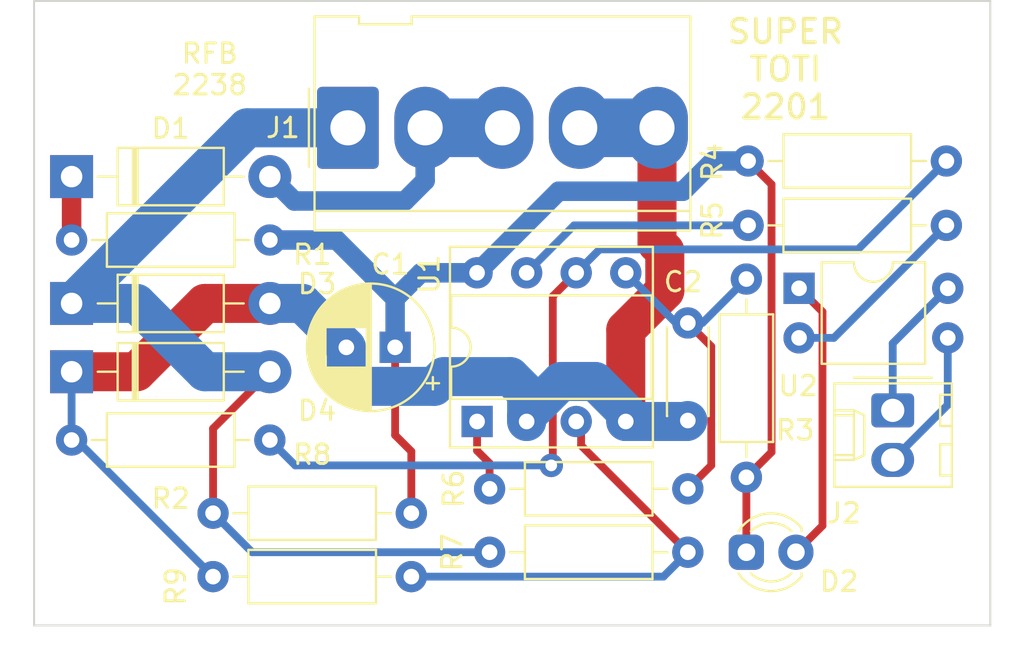
<source format=kicad_pcb>
(kicad_pcb (version 20211014) (generator pcbnew)
  (layers (0 "F.Cu" signal) (31 "B.Cu" signal) (34 "B.Paste" user) (35 "F.Paste" user) (36 "B.SilkS" user "B.Silkscreen") (37 "F.SilkS" user "F.Silkscreen") (38 "B.Mask" user) (39 "F.Mask" user) (44 "Edge.Cuts" user))
  (net 0 "")
  (net 1 "/DCCK")
  (net 2 "Net-(C2-Pad1)")
  (net 3 "/DCCJ")
  (net 4 "/ISORAIL")
  (net 5 "Net-(J2-Pad1)")
  (net 6 "Net-(J2-Pad2)")
  (net 7 "Net-(R4-Pad2)")
  (net 8 "Net-(R6-Pad2)")
  (net 9 "Net-(R7-Pad2)")
  (net 10 "Net-(U1-Pad7)")
  (net 11 "Net-(R1-Pad2)")
  (net 12 "Net-(U2-Pad2)")
  (net 13 "/VPLUS")
  (net 14 "/D2K")
  (footprint "Package_DIP:DIP-8_W7.62mm_Socket" (layer "F.Cu") (at 122.7 121.55 90)
    (fp_text reference "U1" (at 7.55 -2.45 90) (layer "F.SilkS"))
    (fp_text value "LM393")
    (fp_line (start 8.95 9.01) (end 8.95 -1.39) (layer "F.SilkS") (width 0.12))
    (fp_line (start 1.16 8.95) (end 6.46 8.95) (layer "F.SilkS") (width 0.12))
    (fp_line (start 8.95 -1.39) (end -1.33 -1.39) (layer "F.SilkS") (width 0.12))
    (fp_line (start 6.46 -1.33) (end 4.81 -1.33) (layer "F.SilkS") (width 0.12))
    (fp_line (start 6.46 8.95) (end 6.46 -1.33) (layer "F.SilkS") (width 0.12))
    (fp_line (start 2.81 -1.33) (end 1.16 -1.33) (layer "F.SilkS") (width 0.12))
    (fp_line (start -1.33 9.01) (end 8.95 9.01) (layer "F.SilkS") (width 0.12))
    (fp_line (start -1.33 -1.39) (end -1.33 9.01) (layer "F.SilkS") (width 0.12))
    (fp_line (start 1.16 -1.33) (end 1.16 8.95) (layer "F.SilkS") (width 0.12))
    (fp_arc (start 4.81 -1.33) (mid 3.81 -0.33) (end 2.81 -1.33) (layer "F.SilkS") (width 0.12))
    (pad "1" thru_hole rect (at 0 0 90) (size 1.6 1.6) (drill 0.8) (layers *.Cu *.Mask) (net 8 "Net-(R6-Pad2)"))
    (pad "2" thru_hole oval (at 0 2.54 90) (size 1.6 1.6) (drill 0.8) (layers *.Cu *.Mask) (net 1 "/DCCK"))
    (pad "3" thru_hole oval (at 0 5.08 90) (size 1.6 1.6) (drill 0.8) (layers *.Cu *.Mask) (net 9 "Net-(R7-Pad2)"))
    (pad "4" thru_hole oval (at 0 7.62 90) (size 1.6 1.6) (drill 0.8) (layers *.Cu *.Mask) (net 1 "/DCCK"))
    (pad "5" thru_hole oval (at 7.62 7.62 90) (size 1.6 1.6) (drill 0.8) (layers *.Cu *.Mask) (net 2 "Net-(C2-Pad1)"))
    (pad "6" thru_hole oval (at 7.62 5.08 90) (size 1.6 1.6) (drill 0.8) (layers *.Cu *.Mask) (net 7 "Net-(R4-Pad2)"))
    (pad "7" thru_hole oval (at 7.62 2.54 90) (size 1.6 1.6) (drill 0.8) (layers *.Cu *.Mask) (net 10 "Net-(U1-Pad7)"))
    (pad "8" thru_hole oval (at 7.62 0 90) (size 1.6 1.6) (drill 0.8) (layers *.Cu *.Mask) (net 13 "/VPLUS"))
  )
  (footprint "Diode_THT:D_DO-41_SOD81_P10.16mm_Horizontal" (layer "F.Cu") (at 101.92 109)
    (fp_text reference "D1" (at 5.08 -2.47) (layer "F.SilkS"))
    (fp_text value "UF4001")
    (fp_line (start 3.38 -1.47) (end 3.38 1.47) (layer "F.SilkS") (width 0.12))
    (fp_line (start 3.14 -1.47) (end 3.14 1.47) (layer "F.SilkS") (width 0.12))
    (fp_line (start 2.36 -1.47) (end 2.36 1.47) (layer "F.SilkS") (width 0.12))
    (fp_line (start 3.26 -1.47) (end 3.26 1.47) (layer "F.SilkS") (width 0.12))
    (fp_line (start 1.34 0) (end 2.36 0) (layer "F.SilkS") (width 0.12))
    (fp_line (start 8.82 0) (end 7.8 0) (layer "F.SilkS") (width 0.12))
    (fp_line (start 2.36 1.47) (end 7.8 1.47) (layer "F.SilkS") (width 0.12))
    (fp_line (start 7.8 1.47) (end 7.8 -1.47) (layer "F.SilkS") (width 0.12))
    (fp_line (start 7.8 -1.47) (end 2.36 -1.47) (layer "F.SilkS") (width 0.12))
    (pad "1" thru_hole rect (at 0 0) (size 2.2 2.2) (drill 1.1) (layers *.Cu *.Mask) (net 11 "Net-(R1-Pad2)"))
    (pad "2" thru_hole oval (at 10.16 0) (size 2.2 2.2) (drill 1.1) (layers *.Cu *.Mask) (net 3 "/DCCJ"))
  )
  (footprint "Capacitor_THT:CP_Radial_D6.3mm_P2.50mm" (layer "F.Cu") (at 118.5 117.75 180)
    (fp_text reference "C1" (at 0.25 4.25 180) (layer "F.SilkS"))
    (fp_text value "22uF")
    (fp_line (start 2.171 -3.098) (end 2.171 -1.04) (layer "F.SilkS") (width 0.12))
    (fp_line (start 2.971 1.04) (end 2.971 2.742) (layer "F.SilkS") (width 0.12))
    (fp_line (start 2.091 -3.121) (end 2.091 -1.04) (layer "F.SilkS") (width 0.12))
    (fp_line (start 3.251 1.04) (end 3.251 2.548) (layer "F.SilkS") (width 0.12))
    (fp_line (start 2.451 -3.002) (end 2.451 -1.04) (layer "F.SilkS") (width 0.12))
    (fp_line (start 1.53 1.04) (end 1.53 3.218) (layer "F.SilkS") (width 0.12))
    (fp_line (start 2.251 1.04) (end 2.251 3.074) (layer "F.SilkS") (width 0.12))
    (fp_line (start 3.891 -1.89) (end 3.891 1.89) (layer "F.SilkS") (width 0.12))
    (fp_line (start 3.371 1.04) (end 3.371 2.45) (layer "F.SilkS") (width 0.12))
    (fp_line (start 1.85 -3.175) (end 1.85 -1.04) (layer "F.SilkS") (width 0.12))
    (fp_line (start 2.571 1.04) (end 2.571 2.952) (layer "F.SilkS") (width 0.12))
    (fp_line (start 1.69 1.04) (end 1.69 3.201) (layer "F.SilkS") (width 0.12))
    (fp_line (start 2.451 1.04) (end 2.451 3.002) (layer "F.SilkS") (width 0.12))
    (fp_line (start 4.011 -1.714) (end 4.011 1.714) (layer "F.SilkS") (width 0.12))
    (fp_line (start 3.411 1.04) (end 3.411 2.416) (layer "F.SilkS") (width 0.12))
    (fp_line (start 2.131 1.04) (end 2.131 3.11) (layer "F.SilkS") (width 0.12))
    (fp_line (start 2.291 -3.061) (end 2.291 -1.04) (layer "F.SilkS") (width 0.12))
    (fp_line (start 1.73 1.04) (end 1.73 3.195) (layer "F.SilkS") (width 0.12))
    (fp_line (start 2.731 1.04) (end 2.731 2.876) (layer "F.SilkS") (width 0.12))
    (fp_line (start 2.011 -3.141) (end 2.011 -1.04) (layer "F.SilkS") (width 0.12))
    (fp_line (start 2.691 -2.896) (end 2.691 -1.04) (layer "F.SilkS") (width 0.12))
    (fp_line (start 1.69 -3.201) (end 1.69 -1.04) (layer "F.SilkS") (width 0.12))
    (fp_line (start 3.371 -2.45) (end 3.371 -1.04) (layer "F.SilkS") (width 0.12))
    (fp_line (start 1.971 1.04) (end 1.971 3.15) (layer "F.SilkS") (width 0.12))
    (fp_line (start 3.851 -1.944) (end 3.851 1.944) (layer "F.SilkS") (width 0.12))
    (fp_line (start 1.93 1.04) (end 1.93 3.159) (layer "F.SilkS") (width 0.12))
    (fp_line (start 3.651 -2.182) (end 3.651 2.182) (layer "F.SilkS") (width 0.12))
    (fp_line (start 2.051 1.04) (end 2.051 3.131) (layer "F.SilkS") (width 0.12))
    (fp_line (start 1.29 -3.23) (end 1.29 3.23) (layer "F.SilkS") (width 0.12))
    (fp_line (start 1.89 1.04) (end 1.89 3.167) (layer "F.SilkS") (width 0.12))
    (fp_line (start 1.65 1.04) (end 1.65 3.206) (layer "F.SilkS") (width 0.12))
    (fp_line (start 1.77 1.04) (end 1.77 3.189) (layer "F.SilkS") (width 0.12))
    (fp_line (start 2.211 -3.086) (end 2.211 -1.04) (layer "F.SilkS") (width 0.12))
    (fp_line (start 2.811 1.04) (end 2.811 2.834) (layer "F.SilkS") (width 0.12))
    (fp_line (start 3.211 -2.578) (end 3.211 -1.04) (layer "F.SilkS") (width 0.12))
    (fp_line (start 1.49 1.04) (end 1.49 3.222) (layer "F.SilkS") (width 0.12))
    (fp_line (start 4.211 -1.35) (end 4.211 1.35) (layer "F.SilkS") (width 0.12))
    (fp_line (start 2.611 -2.934) (end 2.611 -1.04) (layer "F.SilkS") (width 0.12))
    (fp_line (start 1.33 -3.23) (end 1.33 3.23) (layer "F.SilkS") (width 0.12))
    (fp_line (start 4.451 -0.633) (end 4.451 0.633) (layer "F.SilkS") (width 0.12))
    (fp_line (start 3.531 -2.305) (end 3.531 -1.04) (layer "F.SilkS") (width 0.12))
    (fp_line (start 1.49 -3.222) (end 1.49 -1.04) (layer "F.SilkS") (width 0.12))
    (fp_line (start 2.811 -2.834) (end 2.811 -1.04) (layer "F.SilkS") (width 0.12))
    (fp_line (start 2.691 1.04) (end 2.691 2.896) (layer "F.SilkS") (width 0.12))
    (fp_line (start 2.291 1.04) (end 2.291 3.061) (layer "F.SilkS") (width 0.12))
    (fp_line (start 3.491 1.04) (end 3.491 2.343) (layer "F.SilkS") (width 0.12))
    (fp_line (start 3.011 1.04) (end 3.011 2.716) (layer "F.SilkS") (width 0.12))
    (fp_line (start 2.771 1.04) (end 2.771 2.856) (layer "F.SilkS") (width 0.12))
    (fp_line (start 3.451 -2.38) (end 3.451 -1.04) (layer "F.SilkS") (width 0.12))
    (fp_line (start 1.57 -3.215) (end 1.57 -1.04) (layer "F.SilkS") (width 0.12))
    (fp_line (start 3.051 -2.69) (end 3.051 -1.04) (layer "F.SilkS") (width 0.12))
    (fp_line (start 2.731 -2.876) (end 2.731 -1.04) (layer "F.SilkS") (width 0.12))
    (fp_line (start 2.531 -2.97) (end 2.531 -1.04) (layer "F.SilkS") (width 0.12))
    (fp_line (start 1.37 -3.228) (end 1.37 3.228) (layer "F.SilkS") (width 0.12))
    (fp_line (start 3.411 -2.416) (end 3.411 -1.04) (layer "F.SilkS") (width 0.12))
    (fp_line (start 1.41 -3.227) (end 1.41 3.227) (layer "F.SilkS") (width 0.12))
    (fp_line (start 2.931 -2.766) (end 2.931 -1.04) (layer "F.SilkS") (width 0.12))
    (fp_line (start 3.331 1.04) (end 3.331 2.484) (layer "F.SilkS") (width 0.12))
    (fp_line (start 3.331 -2.484) (end 3.331 -1.04) (layer "F.SilkS") (width 0.12))
    (fp_line (start 2.571 -2.952) (end 2.571 -1.04) (layer "F.SilkS") (width 0.12))
    (fp_line (start 1.93 -3.159) (end 1.93 -1.04) (layer "F.SilkS") (width 0.12))
    (fp_line (start 1.25 -3.23) (end 1.25 3.23) (layer "F.SilkS") (width 0.12))
    (fp_line (start 4.131 -1.509) (end 4.131 1.509) (layer "F.SilkS") (width 0.12))
    (fp_line (start 3.171 -2.607) (end 3.171 -1.04) (layer "F.SilkS") (width 0.12))
    (fp_line (start 3.091 -2.664) (end 3.091 -1.04) (layer "F.SilkS") (width 0.12))
    (fp_line (start 1.81 1.04) (end 1.81 3.182) (layer "F.SilkS") (width 0.12))
    (fp_line (start 2.171 1.04) (end 2.171 3.098) (layer "F.SilkS") (width 0.12))
    (fp_line (start 3.931 -1.834) (end 3.931 1.834) (layer "F.SilkS") (width 0.12))
    (fp_line (start 4.491 -0.402) (end 4.491 0.402) (layer "F.SilkS") (width 0.12))
    (fp_line (start 2.931 1.04) (end 2.931 2.766) (layer "F.SilkS") (width 0.12))
    (fp_line (start 1.77 -3.189) (end 1.77 -1.04) (layer "F.SilkS") (width 0.12))
    (fp_line (start 3.051 1.04) (end 3.051 2.69) (layer "F.SilkS") (width 0.12))
    (fp_line (start 2.251 -3.074) (end 2.251 -1.04) (layer "F.SilkS") (width 0.12))
    (fp_line (start 2.891 1.04) (end 2.891 2.79) (layer "F.SilkS") (width 0.12))
    (fp_line (start 3.291 1.04) (end 3.291 2.516) (layer "F.SilkS") (width 0.12))
    (fp_line (start 3.611 -2.224) (end 3.611 2.224) (layer "F.SilkS") (width 0.12))
    (fp_line (start 2.371 -3.033) (end 2.371 -1.04) (layer "F.SilkS") (width 0.12))
    (fp_line (start 2.491 -2.986) (end 2.491 -1.04) (layer "F.SilkS") (width 0.12))
    (fp_line (start 2.851 -2.812) (end 2.851 -1.04) (layer "F.SilkS") (width 0.12))
    (fp_line (start 4.411 -0.802) (end 4.411 0.802) (layer "F.SilkS") (width 0.12))
    (fp_line (start -1.935241 -2.154) (end -1.935241 -1.524) (layer "F.SilkS") (width 0.12))
    (fp_line (start 4.371 -0.94) (end 4.371 0.94) (layer "F.SilkS") (width 0.12))
    (fp_line (start 4.291 -1.165) (end 4.291 1.165) (layer "F.SilkS") (width 0.12))
    (fp_line (start 1.45 -3.224) (end 1.45 3.224) (layer "F.SilkS") (width 0.12))
    (fp_line (start 4.251 -1.262) (end 4.251 1.262) (layer "F.SilkS") (width 0.12))
    (fp_line (start 4.091 -1.581) (end 4.091 1.581) (layer "F.SilkS") (width 0.12))
    (fp_line (start 1.61 -3.211) (end 1.61 -1.04) (layer "F.SilkS") (width 0.12))
    (fp_line (start 2.611 1.04) (end 2.611 2.934) (layer "F.SilkS") (width 0.12))
    (fp_line (start 1.85 1.04) (end 1.85 3.175) (layer "F.SilkS") (width 0.12))
    (fp_line (start 3.131 -2.636) (end 3.131 -1.04) (layer "F.SilkS") (width 0.12))
    (fp_line (start 2.491 1.04) (end 2.491 2.986) (layer "F.SilkS") (width 0.12))
    (fp_line (start 3.691 -2.137) (end 3.691 2.137) (layer "F.SilkS") (width 0.12))
    (fp_line (start 2.411 1.04) (end 2.411 3.018) (layer "F.SilkS") (width 0.12))
    (fp_line (start 1.971 -3.15) (end 1.971 -1.04) (layer "F.SilkS") (width 0.12))
    (fp_line (start 4.331 -1.059) (end 4.331 1.059) (layer "F.SilkS") (width 0.12))
    (fp_line (start 2.651 1.04) (end 2.651 2.916) (layer "F.SilkS") (width 0.12))
    (fp_line (start 2.211 1.04) (end 2.211 3.086) (layer "F.SilkS") (width 0.12))
    (fp_line (start 4.051 -1.65) (end 4.051 1.65) (layer "F.SilkS") (width 0.12))
    (fp_line (start 1.73 -3.195) (end 1.73 -1.04) (layer "F.SilkS") (width 0.12))
    (fp_line (start 4.171 -1.432) (end 4.171 1.432) (layer "F.SilkS") (width 0.12))
    (fp_line (start 3.531 1.04) (end 3.531 2.305) (layer "F.SilkS") (width 0.12))
    (fp_line (start 3.171 1.04) (end 3.171 2.607) (layer "F.SilkS") (width 0.12))
    (fp_line (start 3.811 -1.995) (end 3.811 1.995) (layer "F.SilkS") (width 0.12))
    (fp_line (start 3.091 1.04) (end 3.091 2.664) (layer "F.SilkS") (width 0.12))
    (fp_line (start 1.57 1.04) (end 1.57 3.215) (layer "F.SilkS") (width 0.12))
    (fp_line (start 3.731 -2.092) (end 3.731 2.092) (layer "F.SilkS") (width 0.12))
    (fp_line (start 2.331 -3.047) (end 2.331 -1.04) (layer "F.SilkS") (width 0.12))
    (fp_line (start 2.011 1.04) (end 2.011 3.141) (layer "F.SilkS") (width 0.12))
    (fp_line (start 3.571 -2.265) (end 3.571 2.265) (layer "F.SilkS") (width 0.12))
    (fp_line (start 2.331 1.04) (end 2.331 3.047) (layer "F.SilkS") (width 0.12))
    (fp_line (start 3.251 -2.548) (end 3.251 -1.04) (layer "F.SilkS") (width 0.12))
    (fp_line (start 1.89 -3.167) (end 1.89 -1.04) (layer "F.SilkS") (width 0.12))
    (fp_line (start 2.051 -3.131) (end 2.051 -1.04) (layer "F.SilkS") (width 0.12))
    (fp_line (start 1.53 -3.218) (end 1.53 -1.04) (layer "F.SilkS") (width 0.12))
    (fp_line (start 1.65 -3.206) (end 1.65 -1.04) (layer "F.SilkS") (width 0.12))
    (fp_line (start 3.291 -2.516) (end 3.291 -1.04) (layer "F.SilkS") (width 0.12))
    (fp_line (start 3.011 -2.716) (end 3.011 -1.04) (layer "F.SilkS") (width 0.12))
    (fp_line (start 3.131 1.04) (end 3.131 2.636) (layer "F.SilkS") (width 0.12))
    (fp_line (start 3.771 -2.044) (end 3.771 2.044) (layer "F.SilkS") (width 0.12))
    (fp_line (start 1.61 1.04) (end 1.61 3.211) (layer "F.SilkS") (width 0.12))
    (fp_line (start 3.971 -1.776) (end 3.971 1.776) (layer "F.SilkS") (width 0.12))
    (fp_line (start -2.250241 -1.839) (end -1.620241 -1.839) (layer "F.SilkS") (width 0.12))
    (fp_line (start 2.131 -3.11) (end 2.131 -1.04) (layer "F.SilkS") (width 0.12))
    (fp_line (start 2.771 -2.856) (end 2.771 -1.04) (layer "F.SilkS") (width 0.12))
    (fp_line (start 3.211 1.04) (end 3.211 2.578) (layer "F.SilkS") (width 0.12))
    (fp_line (start 2.891 -2.79) (end 2.891 -1.04) (layer "F.SilkS") (width 0.12))
    (fp_line (start 1.81 -3.182) (end 1.81 -1.04) (layer "F.SilkS") (width 0.12))
    (fp_line (start 2.651 -2.916) (end 2.651 -1.04) (layer "F.SilkS") (width 0.12))
    (fp_line (start 2.851 1.04) (end 2.851 2.812) (layer "F.SilkS") (width 0.12))
    (fp_line (start 2.531 1.04) (end 2.531 2.97) (layer "F.SilkS") (width 0.12))
    (fp_line (start 3.451 1.04) (end 3.451 2.38) (layer "F.SilkS") (width 0.12))
    (fp_line (start 2.411 -3.018) (end 2.411 -1.04) (layer "F.SilkS") (width 0.12))
    (fp_line (start 2.371 1.04) (end 2.371 3.033) (layer "F.SilkS") (width 0.12))
    (fp_line (start 3.491 -2.343) (end 3.491 -1.04) (layer "F.SilkS") (width 0.12))
    (fp_line (start 2.091 1.04) (end 2.091 3.121) (layer "F.SilkS") (width 0.12))
    (fp_line (start 2.971 -2.742) (end 2.971 -1.04) (layer "F.SilkS") (width 0.12))
    (fp_circle (center 1.25 0) (end 4.52 0) (layer "F.SilkS") (width 0.12) (fill none))
    (pad "1" thru_hole rect (at 0 0 180) (size 1.6 1.6) (drill 0.8) (layers *.Cu *.Mask) (net 13 "/VPLUS"))
    (pad "2" thru_hole circle (at 2.5 0 180) (size 1.6 1.6) (drill 0.8) (layers *.Cu *.Mask) (net 1 "/DCCK"))
  )
  (footprint "Resistor_THT:R_Axial_DIN0207_L6.3mm_D2.5mm_P10.16mm_Horizontal" (layer "F.Cu") (at 112.08 122.5 180)
    (fp_text reference "R8" (at -2.17 -0.75) (layer "F.SilkS"))
    (fp_text value "100K")
    (fp_line (start 8.35 -1.37) (end 1.81 -1.37) (layer "F.SilkS") (width 0.12))
    (fp_line (start 1.04 0) (end 1.81 0) (layer "F.SilkS") (width 0.12))
    (fp_line (start 9.12 0) (end 8.35 0) (layer "F.SilkS") (width 0.12))
    (fp_line (start 1.81 1.37) (end 8.35 1.37) (layer "F.SilkS") (width 0.12))
    (fp_line (start 1.81 -1.37) (end 1.81 1.37) (layer "F.SilkS") (width 0.12))
    (fp_line (start 8.35 1.37) (end 8.35 -1.37) (layer "F.SilkS") (width 0.12))
    (pad "1" thru_hole circle (at 0 0 180) (size 1.6 1.6) (drill 0.8) (layers *.Cu *.Mask) (net 7 "Net-(R4-Pad2)"))
    (pad "2" thru_hole oval (at 10.16 0 180) (size 1.6 1.6) (drill 0.8) (layers *.Cu *.Mask) (net 1 "/DCCK"))
  )
  (footprint "MountingHole:MountingHole_2.7mm_M2.5" (layer "F.Cu") (at 145.5 103.5)
    (fp_text reference "H3" hide)
    (fp_text value "MountingHole")
    (pad "" np_thru_hole circle (at 0 0) (size 2.7 2.7) (drill 2.7) (layers *.Cu *.Mask))
  )
  (footprint "Resistor_THT:R_Axial_DIN0207_L6.3mm_D2.5mm_P10.16mm_Horizontal" (layer "F.Cu") (at 112.08 112.25 180)
    (fp_text reference "R1" (at -2.17 -0.75) (layer "F.SilkS"))
    (fp_text value "47R")
    (fp_line (start 1.04 0) (end 1.81 0) (layer "F.SilkS") (width 0.12))
    (fp_line (start 8.35 -1.37) (end 1.81 -1.37) (layer "F.SilkS") (width 0.12))
    (fp_line (start 8.35 1.37) (end 8.35 -1.37) (layer "F.SilkS") (width 0.12))
    (fp_line (start 1.81 -1.37) (end 1.81 1.37) (layer "F.SilkS") (width 0.12))
    (fp_line (start 9.12 0) (end 8.35 0) (layer "F.SilkS") (width 0.12))
    (fp_line (start 1.81 1.37) (end 8.35 1.37) (layer "F.SilkS") (width 0.12))
    (pad "1" thru_hole circle (at 0 0 180) (size 1.6 1.6) (drill 0.8) (layers *.Cu *.Mask) (net 13 "/VPLUS"))
    (pad "2" thru_hole oval (at 10.16 0 180) (size 1.6 1.6) (drill 0.8) (layers *.Cu *.Mask) (net 11 "Net-(R1-Pad2)"))
  )
  (footprint "Resistor_THT:R_Axial_DIN0207_L6.3mm_D2.5mm_P10.16mm_Horizontal" (layer "F.Cu") (at 136.59 111.5)
    (fp_text reference "R5" (at -1.84 -0.25 90) (layer "F.SilkS"))
    (fp_text value "4K7")
    (fp_line (start 1.04 0) (end 1.81 0) (layer "F.SilkS") (width 0.12))
    (fp_line (start 9.12 0) (end 8.35 0) (layer "F.SilkS") (width 0.12))
    (fp_line (start 8.35 1.37) (end 8.35 -1.37) (layer "F.SilkS") (width 0.12))
    (fp_line (start 8.35 -1.37) (end 1.81 -1.37) (layer "F.SilkS") (width 0.12))
    (fp_line (start 1.81 1.37) (end 8.35 1.37) (layer "F.SilkS") (width 0.12))
    (fp_line (start 1.81 -1.37) (end 1.81 1.37) (layer "F.SilkS") (width 0.12))
    (pad "1" thru_hole circle (at 0 0) (size 1.6 1.6) (drill 0.8) (layers *.Cu *.Mask) (net 10 "Net-(U1-Pad7)"))
    (pad "2" thru_hole oval (at 10.16 0) (size 1.6 1.6) (drill 0.8) (layers *.Cu *.Mask) (net 12 "Net-(U2-Pad2)"))
  )
  (footprint "Connector_Molex:Molex_KK-396_5273-05A_1x05_P3.96mm_Vertical" (layer "F.Cu") (at 116.08 106.5)
    (fp_text reference "J1" (at -3.33 0) (layer "F.SilkS"))
    (fp_text value "Conn_01x05_Male")
    (fp_line (start 17.55 5.26) (end -1.71 5.26) (layer "F.SilkS") (width 0.12))
    (fp_line (start 0.57 -5.71) (end 0.57 -5.31) (layer "F.SilkS") (width 0.12))
    (fp_line (start -1.71 4.26) (end -1.71 -5.71) (layer "F.SilkS") (width 0.12))
    (fp_line (start 3.27 -5.31) (end 3.27 -5.71) (layer "F.SilkS") (width 0.12))
    (fp_line (start -1.71 4.26) (end 17.55 4.26) (layer "F.SilkS") (width 0.12))
    (fp_line (start -1.71 5.26) (end -1.71 4.26) (layer "F.SilkS") (width 0.12))
    (fp_line (start -1.71 -5.71) (end 0.57 -5.71) (layer "F.SilkS") (width 0.12))
    (fp_line (start -2 -2) (end -2 2) (layer "F.SilkS") (width 0.12))
    (fp_line (start 0.57 -5.31) (end 3.27 -5.31) (layer "F.SilkS") (width 0.12))
    (fp_line (start 3.27 -5.71) (end 17.55 -5.71) (layer "F.SilkS") (width 0.12))
    (fp_line (start 17.55 -5.71) (end 17.55 5.26) (layer "F.SilkS") (width 0.12))
    (pad "1" thru_hole roundrect (at 0 0) (size 3.16 4.2) (drill 1.8) (layers *.Cu *.Mask) (roundrect_rratio 0.079114) (net 4 "/ISORAIL"))
    (pad "2" thru_hole oval (at 3.96 0) (size 3.16 4.2) (drill 1.8) (layers *.Cu *.Mask) (net 3 "/DCCJ"))
    (pad "3" thru_hole oval (at 7.92 0) (size 3.16 4.2) (drill 1.8) (layers *.Cu *.Mask) (net 3 "/DCCJ"))
    (pad "4" thru_hole oval (at 11.88 0) (size 3.16 4.2) (drill 1.8) (layers *.Cu *.Mask) (net 1 "/DCCK"))
    (pad "5" thru_hole oval (at 15.84 0) (size 3.16 4.2) (drill 1.8) (layers *.Cu *.Mask) (net 1 "/DCCK"))
  )
  (footprint "Diode_THT:D_DO-41_SOD81_P10.16mm_Horizontal" (layer "F.Cu") (at 101.92 115.5)
    (fp_text reference "D3" (at 12.58 -1) (layer "F.SilkS"))
    (fp_text value "1N5819")
    (fp_line (start 1.34 0) (end 2.36 0) (layer "F.SilkS") (width 0.12))
    (fp_line (start 2.36 1.47) (end 7.8 1.47) (layer "F.SilkS") (width 0.12))
    (fp_line (start 3.14 -1.47) (end 3.14 1.47) (layer "F.SilkS") (width 0.12))
    (fp_line (start 8.82 0) (end 7.8 0) (layer "F.SilkS") (width 0.12))
    (fp_line (start 3.26 -1.47) (end 3.26 1.47) (layer "F.SilkS") (width 0.12))
    (fp_line (start 7.8 1.47) (end 7.8 -1.47) (layer "F.SilkS") (width 0.12))
    (fp_line (start 2.36 -1.47) (end 2.36 1.47) (layer "F.SilkS") (width 0.12))
    (fp_line (start 3.38 -1.47) (end 3.38 1.47) (layer "F.SilkS") (width 0.12))
    (fp_line (start 7.8 -1.47) (end 2.36 -1.47) (layer "F.SilkS") (width 0.12))
    (pad "1" thru_hole rect (at 0 0) (size 2.2 2.2) (drill 1.1) (layers *.Cu *.Mask) (net 4 "/ISORAIL"))
    (pad "2" thru_hole oval (at 10.16 0) (size 2.2 2.2) (drill 1.1) (layers *.Cu *.Mask) (net 1 "/DCCK"))
  )
  (footprint "LED_THT:LED_D3.0mm" (layer "F.Cu") (at 139.04 128.25 180)
    (fp_text reference "D2" (at -2.21 -1.5) (layer "F.SilkS"))
    (fp_text value "RED")
    (fp_line (start -0.29 1.08) (end -0.29 1.236) (layer "F.SilkS") (width 0.12))
    (fp_line (start -0.29 -1.236) (end -0.29 -1.08) (layer "F.SilkS") (width 0.12))
    (fp_arc (start 0.229039 -1.08) (mid 1.270117 -1.5) (end 2.31113 -1.079837) (layer "F.SilkS") (width 0.12))
    (fp_arc (start -0.29 -1.235516) (mid 1.366487 -1.987659) (end 2.942335 -1.078608) (layer "F.SilkS") (width 0.12))
    (fp_arc (start 2.31113 1.079837) (mid 1.270117 1.5) (end 0.229039 1.08) (layer "F.SilkS") (width 0.12))
    (fp_arc (start 2.942335 1.078608) (mid 1.366487 1.987659) (end -0.29 1.235516) (layer "F.SilkS") (width 0.12))
    (pad "1" thru_hole circle (at 0 0 180) (size 1.8 1.8) (drill 0.9) (layers *.Cu *.Mask) (net 14 "/D2K"))
    (pad "2" thru_hole roundrect (at 2.54 0 180) (size 1.8 1.8) (drill 0.9) (layers *.Cu *.Mask) (net 13 "/VPLUS"))
  )
  (footprint "Resistor_THT:R_Axial_DIN0207_L6.3mm_D2.5mm_P10.16mm_Horizontal" (layer "F.Cu") (at 119.33 129.5 180)
    (fp_text reference "R9" (at 12.08 -0.5 90) (layer "F.SilkS"))
    (fp_text value "39R")
    (fp_line (start 1.81 1.37) (end 8.35 1.37) (layer "F.SilkS") (width 0.12))
    (fp_line (start 8.35 1.37) (end 8.35 -1.37) (layer "F.SilkS") (width 0.12))
    (fp_line (start 1.04 0) (end 1.81 0) (layer "F.SilkS") (width 0.12))
    (fp_line (start 1.81 -1.37) (end 1.81 1.37) (layer "F.SilkS") (width 0.12))
    (fp_line (start 8.35 -1.37) (end 1.81 -1.37) (layer "F.SilkS") (width 0.12))
    (fp_line (start 9.12 0) (end 8.35 0) (layer "F.SilkS") (width 0.12))
    (pad "1" thru_hole circle (at 0 0 180) (size 1.6 1.6) (drill 0.8) (layers *.Cu *.Mask) (net 9 "Net-(R7-Pad2)"))
    (pad "2" thru_hole oval (at 10.16 0 180) (size 1.6 1.6) (drill 0.8) (layers *.Cu *.Mask) (net 1 "/DCCK"))
  )
  (footprint "MountingHole:MountingHole_2.7mm_M2.5" (layer "F.Cu") (at 103.5 103.5)
    (fp_text reference "H2" hide)
    (fp_text value "MountingHole")
    (pad "" np_thru_hole circle (at 0 0) (size 2.7 2.7) (drill 2.7) (layers *.Cu *.Mask))
  )
  (footprint "Diode_THT:D_DO-41_SOD81_P10.16mm_Horizontal" (layer "F.Cu") (at 101.92 119)
    (fp_text reference "D4" (at 12.58 2) (layer "F.SilkS"))
    (fp_text value "1N5819")
    (fp_line (start 3.38 -1.47) (end 3.38 1.47) (layer "F.SilkS") (width 0.12))
    (fp_line (start 3.14 -1.47) (end 3.14 1.47) (layer "F.SilkS") (width 0.12))
    (fp_line (start 7.8 -1.47) (end 2.36 -1.47) (layer "F.SilkS") (width 0.12))
    (fp_line (start 7.8 1.47) (end 7.8 -1.47) (layer "F.SilkS") (width 0.12))
    (fp_line (start 3.26 -1.47) (end 3.26 1.47) (layer "F.SilkS") (width 0.12))
    (fp_line (start 1.34 0) (end 2.36 0) (layer "F.SilkS") (width 0.12))
    (fp_line (start 2.36 1.47) (end 7.8 1.47) (layer "F.SilkS") (width 0.12))
    (fp_line (start 8.82 0) (end 7.8 0) (layer "F.SilkS") (width 0.12))
    (fp_line (start 2.36 -1.47) (end 2.36 1.47) (layer "F.SilkS") (width 0.12))
    (pad "1" thru_hole rect (at 0 0) (size 2.2 2.2) (drill 1.1) (layers *.Cu *.Mask) (net 1 "/DCCK"))
    (pad "2" thru_hole oval (at 10.16 0) (size 2.2 2.2) (drill 1.1) (layers *.Cu *.Mask) (net 4 "/ISORAIL"))
  )
  (footprint "Connector_Molex:Molex_KK-254_AE-6410-02A_1x02_P2.54mm_Vertical" (layer "F.Cu") (at 144 120.98 -90)
    (fp_text reference "J2" (at 5.27 2.5 180) (layer "F.SilkS"))
    (fp_text value "Conn_01x02_Male")
    (fp_line (start -0.8 -2.43) (end 0.8 -2.43) (layer "F.SilkS") (width 0.12))
    (fp_line (start 3.92 2.99) (end 3.92 -3.03) (layer "F.SilkS") (width 0.12))
    (fp_line (start -1.38 -3.03) (end -1.38 2.99) (layer "F.SilkS") (width 0.12))
    (fp_line (start 1.74 -2.43) (end 3.34 -2.43) (layer "F.SilkS") (width 0.12))
    (fp_line (start 0.25 2.99) (end 0.25 1.99) (layer "F.SilkS") (width 0.12))
    (fp_line (start -1.67 -2) (end -1.67 2) (layer "F.SilkS") (width 0.12))
    (fp_line (start 0 2.99) (end 0 1.99) (layer "F.SilkS") (width 0.12))
    (fp_line (start 0.25 1.46) (end 2.29 1.46) (layer "F.SilkS") (width 0.12))
    (fp_line (start 3.92 -3.03) (end -1.38 -3.03) (layer "F.SilkS") (width 0.12))
    (fp_line (start -1.38 2.99) (end 3.92 2.99) (layer "F.SilkS") (width 0.12))
    (fp_line (start 0 1.99) (end 0.25 1.46) (layer "F.SilkS") (width 0.12))
    (fp_line (start 0 1.99) (end 2.54 1.99) (layer "F.SilkS") (width 0.12))
    (fp_line (start 2.29 1.46) (end 2.54 1.99) (layer "F.SilkS") (width 0.12))
    (fp_line (start 0.8 -2.43) (end 0.8 -3.03) (layer "F.SilkS") (width 0.12))
    (fp_line (start 3.34 -2.43) (end 3.34 -3.03) (layer "F.SilkS") (width 0.12))
    (fp_line (start 1.74 -3.03) (end 1.74 -2.43) (layer "F.SilkS") (width 0.12))
    (fp_line (start 2.29 2.99) (end 2.29 1.99) (layer "F.SilkS") (width 0.12))
    (fp_line (start 2.54 1.99) (end 2.54 2.99) (layer "F.SilkS") (width 0.12))
    (fp_line (start -0.8 -3.03) (end -0.8 -2.43) (layer "F.SilkS") (width 0.12))
    (pad "1" thru_hole roundrect (at 0 0 270) (size 1.74 2.19) (drill 1.19) (layers *.Cu *.Mask) (roundrect_rratio 0.143678) (net 5 "Net-(J2-Pad1)"))
    (pad "2" thru_hole oval (at 2.54 0 270) (size 1.74 2.19) (drill 1.19) (layers *.Cu *.Mask) (net 6 "Net-(J2-Pad2)"))
  )
  (footprint "Resistor_THT:R_Axial_DIN0207_L6.3mm_D2.5mm_P10.16mm_Horizontal" (layer "F.Cu") (at 133.5 125 180)
    (fp_text reference "R6" (at 12 0 90) (layer "F.SilkS"))
    (fp_text value "1K0")
    (fp_line (start 1.81 1.37) (end 8.35 1.37) (layer "F.SilkS") (width 0.12))
    (fp_line (start 9.12 0) (end 8.35 0) (layer "F.SilkS") (width 0.12))
    (fp_line (start 8.35 1.37) (end 8.35 -1.37) (layer "F.SilkS") (width 0.12))
    (fp_line (start 1.81 -1.37) (end 1.81 1.37) (layer "F.SilkS") (width 0.12))
    (fp_line (start 8.35 -1.37) (end 1.81 -1.37) (layer "F.SilkS") (width 0.12))
    (fp_line (start 1.04 0) (end 1.81 0) (layer "F.SilkS") (width 0.12))
    (pad "1" thru_hole circle (at 0 0 180) (size 1.6 1.6) (drill 0.8) (layers *.Cu *.Mask) (net 2 "Net-(C2-Pad1)"))
    (pad "2" thru_hole oval (at 10.16 0 180) (size 1.6 1.6) (drill 0.8) (layers *.Cu *.Mask) (net 8 "Net-(R6-Pad2)"))
  )
  (footprint "Capacitor_THT:C_Disc_D4.3mm_W1.9mm_P5.00mm" (layer "F.Cu") (at 133.5 116.5 -90)
    (fp_text reference "C2" (at -2.1 0.25 180) (layer "F.SilkS"))
    (fp_text value "10nF")
    (fp_line (start 0.23 1.055) (end 0.23 1.07) (layer "F.SilkS") (width 0.12))
    (fp_line (start 4.77 -1.07) (end 4.77 -1.055) (layer "F.SilkS") (width 0.12))
    (fp_line (start 0.23 1.07) (end 4.77 1.07) (layer "F.SilkS") (width 0.12))
    (fp_line (start 4.77 1.055) (end 4.77 1.07) (layer "F.SilkS") (width 0.12))
    (fp_line (start 0.23 -1.07) (end 0.23 -1.055) (layer "F.SilkS") (width 0.12))
    (fp_line (start 0.23 -1.07) (end 4.77 -1.07) (layer "F.SilkS") (width 0.12))
    (pad "1" thru_hole circle (at 0 0 270) (size 1.6 1.6) (drill 0.8) (layers *.Cu *.Mask) (net 2 "Net-(C2-Pad1)"))
    (pad "2" thru_hole circle (at 5 0 270) (size 1.6 1.6) (drill 0.8) (layers *.Cu *.Mask) (net 1 "/DCCK"))
  )
  (footprint "MountingHole:MountingHole_2.7mm_M2.5" (layer "F.Cu") (at 145.6 128.6)
    (fp_text reference "H1" hide)
    (fp_text value "MountingHole")
    (pad "" np_thru_hole circle (at 0 0) (size 2.7 2.7) (drill 2.7) (layers *.Cu *.Mask))
  )
  (footprint "Resistor_THT:R_Axial_DIN0207_L6.3mm_D2.5mm_P10.16mm_Horizontal" (layer "F.Cu") (at 136.5 124.41 90)
    (fp_text reference "R3" (at 2.41 2.5 180) (layer "F.SilkS"))
    (fp_text value "100K")
    (fp_line (start 1.81 1.37) (end 8.35 1.37) (layer "F.SilkS") (width 0.12))
    (fp_line (start 9.12 0) (end 8.35 0) (layer "F.SilkS") (width 0.12))
    (fp_line (start 8.35 1.37) (end 8.35 -1.37) (layer "F.SilkS") (width 0.12))
    (fp_line (start 1.81 -1.37) (end 1.81 1.37) (layer "F.SilkS") (width 0.12))
    (fp_line (start 8.35 -1.37) (end 1.81 -1.37) (layer "F.SilkS") (width 0.12))
    (fp_line (start 1.04 0) (end 1.81 0) (layer "F.SilkS") (width 0.12))
    (pad "1" thru_hole circle (at 0 0 90) (size 1.6 1.6) (drill 0.8) (layers *.Cu *.Mask) (net 13 "/VPLUS"))
    (pad "2" thru_hole oval (at 10.16 0 90) (size 1.6 1.6) (drill 0.8) (layers *.Cu *.Mask) (net 2 "Net-(C2-Pad1)"))
  )
  (footprint "Resistor_THT:R_Axial_DIN0207_L6.3mm_D2.5mm_P10.16mm_Horizontal" (layer "F.Cu") (at 136.59 108.2)
    (fp_text reference "R4" (at -1.84 0.05 90) (layer "F.SilkS"))
    (fp_text value "100K")
    (fp_line (start 8.35 -1.37) (end 1.81 -1.37) (layer "F.SilkS") (width 0.12))
    (fp_line (start 1.81 -1.37) (end 1.81 1.37) (layer "F.SilkS") (width 0.12))
    (fp_line (start 9.12 0) (end 8.35 0) (layer "F.SilkS") (width 0.12))
    (fp_line (start 8.35 1.37) (end 8.35 -1.37) (layer "F.SilkS") (width 0.12))
    (fp_line (start 1.81 1.37) (end 8.35 1.37) (layer "F.SilkS") (width 0.12))
    (fp_line (start 1.04 0) (end 1.81 0) (layer "F.SilkS") (width 0.12))
    (pad "1" thru_hole circle (at 0 0) (size 1.6 1.6) (drill 0.8) (layers *.Cu *.Mask) (net 13 "/VPLUS"))
    (pad "2" thru_hole oval (at 10.16 0) (size 1.6 1.6) (drill 0.8) (layers *.Cu *.Mask) (net 7 "Net-(R4-Pad2)"))
  )
  (footprint "Resistor_THT:R_Axial_DIN0207_L6.3mm_D2.5mm_P10.16mm_Horizontal" (layer "F.Cu") (at 123.34 128.25)
    (fp_text reference "R7" (at -1.92 0 90) (layer "F.SilkS"))
    (fp_text value "150R")
    (fp_line (start 9.12 0) (end 8.35 0) (layer "F.SilkS") (width 0.12))
    (fp_line (start 8.35 1.37) (end 8.35 -1.37) (layer "F.SilkS") (width 0.12))
    (fp_line (start 8.35 -1.37) (end 1.81 -1.37) (layer "F.SilkS") (width 0.12))
    (fp_line (start 1.04 0) (end 1.81 0) (layer "F.SilkS") (width 0.12))
    (fp_line (start 1.81 1.37) (end 8.35 1.37) (layer "F.SilkS") (width 0.12))
    (fp_line (start 1.81 -1.37) (end 1.81 1.37) (layer "F.SilkS") (width 0.12))
    (pad "1" thru_hole circle (at 0 0) (size 1.6 1.6) (drill 0.8) (layers *.Cu *.Mask) (net 4 "/ISORAIL"))
    (pad "2" thru_hole oval (at 10.16 0) (size 1.6 1.6) (drill 0.8) (layers *.Cu *.Mask) (net 9 "Net-(R7-Pad2)"))
  )
  (footprint "Package_DIP:DIP-4_W7.62mm" (layer "F.Cu") (at 139.2 114.725)
    (fp_text reference "U2" (at -0.05 5) (layer "F.SilkS"))
    (fp_text value "KB814")
    (fp_line (start 6.46 -1.33) (end 4.81 -1.33) (layer "F.SilkS") (width 0.12))
    (fp_line (start 6.46 3.87) (end 6.46 -1.33) (layer "F.SilkS") (width 0.12))
    (fp_line (start 2.81 -1.33) (end 1.16 -1.33) (layer "F.SilkS") (width 0.12))
    (fp_line (start 1.16 -1.33) (end 1.16 3.87) (layer "F.SilkS") (width 0.12))
    (fp_line (start 1.16 3.87) (end 6.46 3.87) (layer "F.SilkS") (width 0.12))
    (fp_arc (start 4.81 -1.33) (mid 3.81 -0.33) (end 2.81 -1.33) (layer "F.SilkS") (width 0.12))
    (pad "1" thru_hole rect (at 0 0) (size 1.6 1.6) (drill 0.8) (layers *.Cu *.Mask) (net 14 "/D2K"))
    (pad "2" thru_hole oval (at 0 2.54) (size 1.6 1.6) (drill 0.8) (layers *.Cu *.Mask) (net 12 "Net-(U2-Pad2)"))
    (pad "3" thru_hole oval (at 7.62 2.54) (size 1.6 1.6) (drill 0.8) (layers *.Cu *.Mask) (net 6 "Net-(J2-Pad2)"))
    (pad "4" thru_hole oval (at 7.62 0) (size 1.6 1.6) (drill 0.8) (layers *.Cu *.Mask) (net 5 "Net-(J2-Pad1)"))
  )
  (footprint "Resistor_THT:R_Axial_DIN0207_L6.3mm_D2.5mm_P10.16mm_Horizontal" (layer "F.Cu") (at 119.33 126.25 180)
    (fp_text reference "R2" (at 12.33 0.75) (layer "F.SilkS"))
    (fp_text value "10K")
    (fp_line (start 1.81 1.37) (end 8.35 1.37) (layer "F.SilkS") (width 0.12))
    (fp_line (start 9.12 0) (end 8.35 0) (layer "F.SilkS") (width 0.12))
    (fp_line (start 1.81 -1.37) (end 1.81 1.37) (layer "F.SilkS") (width 0.12))
    (fp_line (start 8.35 1.37) (end 8.35 -1.37) (layer "F.SilkS") (width 0.12))
    (fp_line (start 8.35 -1.37) (end 1.81 -1.37) (layer "F.SilkS") (width 0.12))
    (fp_line (start 1.04 0) (end 1.81 0) (layer "F.SilkS") (width 0.12))
    (pad "1" thru_hole circle (at 0 0 180) (size 1.6 1.6) (drill 0.8) (layers *.Cu *.Mask) (net 13 "/VPLUS"))
    (pad "2" thru_hole oval (at 10.16 0 180) (size 1.6 1.6) (drill 0.8) (layers *.Cu *.Mask) (net 4 "/ISORAIL"))
  )
  (footprint "MountingHole:MountingHole_2.7mm_M2.5" (layer "F.Cu") (at 103.4 128.4)
    (fp_text reference "H4" hide)
    (fp_text value "MountingHole")
    (pad "" np_thru_hole circle (at 0 0) (size 2.7 2.7) (drill 2.7) (layers *.Cu *.Mask))
  )
  (gr_line (start 149 100) (end 149 132) (layer "Edge.Cuts") (width 0.1))
  (gr_line (start 100 132) (end 100 100) (layer "Edge.Cuts") (width 0.1))
  (gr_line (start 100 100) (end 149 100) (layer "Edge.Cuts") (width 0.1))
  (gr_line (start 149 132) (end 100 132) (layer "Edge.Cuts") (width 0.1))
  (gr_text "RFB\n2238" (at 109 103.5) (layer "F.SilkS") (effects (font (size 1 1))))
  (gr_text "SUPER\nTOTI\n2201" (at 138.5 103.5) (layer "F.SilkS") (effects (font (size 1.2 1.2) (thickness 0.2))))
  (segment (start 108.75 115.5) (end 112.08 115.5) (width 2) (layer "F.Cu") (net 1))
  (segment (start 132.32 112.82) (end 131.92 112.42) (width 2) (layer "F.Cu") (net 1))
  (segment (start 131.92 112.42) (end 131.92 106.5) (width 2) (layer "F.Cu") (net 1))
  (segment (start 105.25 119) (end 108.75 115.5) (width 2) (layer "F.Cu") (net 1))
  (segment (start 132.32 114.851572) (end 132.32 112.82) (width 2) (layer "F.Cu") (net 1))
  (segment (start 130.32 121.55) (end 130.32 116.851572) (width 2) (layer "F.Cu") (net 1))
  (segment (start 130.32 116.851572) (end 132.32 114.851572) (width 2) (layer "F.Cu") (net 1))
  (segment (start 101.92 119) (end 105.25 119) (width 2) (layer "F.Cu") (net 1))
  (segment (start 128.75 119.5) (end 127.001572 119.5) (width 2) (layer "B.Cu") (net 1))
  (segment (start 130.32 121.55) (end 133.45 121.55) (width 2) (layer "B.Cu") (net 1))
  (segment (start 120.5 119.75) (end 116.33 119.75) (width 2) (layer "B.Cu") (net 1))
  (segment (start 109.17 129.5) (end 102.17 122.5) (width 0.4) (layer "B.Cu") (net 1))
  (segment (start 125.24 121.261572) (end 125.24 121.55) (width 2) (layer "B.Cu") (net 1))
  (segment (start 113.75 115.5) (end 116 117.75) (width 2) (layer "B.Cu") (net 1))
  (segment (start 116 117.75) (end 116 119.42) (width 2) (layer "B.Cu") (net 1))
  (segment (start 102.17 122.5) (end 101.92 122.5) (width 0.4) (layer "B.Cu") (net 1))
  (segment (start 112.08 115.5) (end 113.75 115.5) (width 2) (layer "B.Cu") (net 1))
  (segment (start 131.92 106.5) (end 127.96 106.5) (width 3) (layer "B.Cu") (net 1))
  (segment (start 125.24 121.55) (end 125.24 120.09) (width 2) (layer "B.Cu") (net 1))
  (segment (start 130.32 121.07) (end 128.75 119.5) (width 2) (layer "B.Cu") (net 1))
  (segment (start 121 119.25) (end 120.5 119.75) (width 2) (layer "B.Cu") (net 1))
  (segment (start 101.92 119) (end 101.92 122.5) (width 0.4) (layer "B.Cu") (net 1))
  (segment (start 125.24 120.09) (end 124.4 119.25) (width 2) (layer "B.Cu") (net 1))
  (segment (start 127.001572 119.5) (end 125.24 121.261572) (width 2) (layer "B.Cu") (net 1))
  (segment (start 124.4 119.25) (end 121 119.25) (width 2) (layer "B.Cu") (net 1))
  (segment (start 130.32 121.55) (end 130.32 121.07) (width 2) (layer "B.Cu") (net 1))
  (segment (start 133.45 121.55) (end 133.5 121.5) (width 2) (layer "B.Cu") (net 1))
  (segment (start 134.7 117.7) (end 134.7 123.8) (width 0.4) (layer "F.Cu") (net 2))
  (segment (start 133.5 116.5) (end 134.7 117.7) (width 0.4) (layer "F.Cu") (net 2))
  (segment (start 134.7 123.8) (end 133.5 125) (width 0.4) (layer "F.Cu") (net 2))
  (segment (start 133.5 116.5) (end 134.25 116.5) (width 0.4) (layer "B.Cu") (net 2))
  (segment (start 130.32 113.93) (end 132.89 116.5) (width 0.4) (layer "B.Cu") (net 2))
  (segment (start 132.89 116.5) (end 133.5 116.5) (width 0.4) (layer "B.Cu") (net 2))
  (segment (start 134.25 116.5) (end 136.5 114.25) (width 0.4) (layer "B.Cu") (net 2))
  (segment (start 113.33 110.25) (end 112.08 109) (width 1) (layer "B.Cu") (net 3))
  (segment (start 124 106.5) (end 120.04 106.5) (width 3) (layer "B.Cu") (net 3))
  (segment (start 120.04 109.21) (end 119 110.25) (width 1) (layer "B.Cu") (net 3))
  (segment (start 120.04 106.5) (end 120.04 109.21) (width 1) (layer "B.Cu") (net 3))
  (segment (start 119 110.25) (end 113.33 110.25) (width 1) (layer "B.Cu") (net 3))
  (segment (start 109.17 121.91) (end 109.17 126.25) (width 0.4) (layer "F.Cu") (net 4))
  (segment (start 112.08 119) (end 109.17 121.91) (width 0.4) (layer "F.Cu") (net 4))
  (segment (start 105.25 115.5) (end 108.75 119) (width 2) (layer "B.Cu") (net 4))
  (segment (start 111.17 128.25) (end 109.17 126.25) (width 0.4) (layer "B.Cu") (net 4))
  (segment (start 108.75 119) (end 112.08 119) (width 2) (layer "B.Cu") (net 4))
  (segment (start 123.34 128.25) (end 111.17 128.25) (width 0.4) (layer "B.Cu") (net 4))
  (segment (start 110.92 106.5) (end 101.92 115.5) (width 2) (layer "B.Cu") (net 4))
  (segment (start 116.08 106.5) (end 110.92 106.5) (width 2) (layer "B.Cu") (net 4))
  (segment (start 101.92 115.5) (end 105.25 115.5) (width 2) (layer "B.Cu") (net 4))
  (segment (start 144 117.545) (end 146.82 114.725) (width 0.4) (layer "B.Cu") (net 5))
  (segment (start 144 120.98) (end 144 117.545) (width 0.4) (layer "B.Cu") (net 5))
  (segment (start 144 123.52) (end 146.82 120.7) (width 0.4) (layer "B.Cu") (net 6))
  (segment (start 146.82 120.7) (end 146.82 117.265) (width 0.4) (layer "B.Cu") (net 6))
  (segment (start 127.78 113.93) (end 126.58 115.13) (width 0.4) (layer "F.Cu") (net 7))
  (segment (start 126.58 123.72) (end 126.5 123.8) (width 0.4) (layer "F.Cu") (net 7))
  (segment (start 126.58 115.13) (end 126.58 123.72) (width 0.4) (layer "F.Cu") (net 7))
  (via (at 126.5 123.8) (size 1.2) (drill 0.6) (layers "F.Cu" "B.Cu") (net 7))
  (segment (start 112.08 122.5) (end 113.38 123.8) (width 0.4) (layer "B.Cu") (net 7))
  (segment (start 146.75 108.2) (end 142.22 112.73) (width 0.4) (layer "B.Cu") (net 7))
  (segment (start 113.38 123.8) (end 126.5 123.8) (width 0.4) (layer "B.Cu") (net 7))
  (segment (start 128.98 112.73) (end 127.78 113.93) (width 0.4) (layer "B.Cu") (net 7))
  (segment (start 142.22 112.73) (end 128.98 112.73) (width 0.4) (layer "B.Cu") (net 7))
  (segment (start 123.34 123.69) (end 122.7 123.05) (width 0.4) (layer "F.Cu") (net 8))
  (segment (start 123.34 125) (end 123.34 123.69) (width 0.4) (layer "F.Cu") (net 8))
  (segment (start 122.7 123.05) (end 122.7 121.55) (width 0.4) (layer "F.Cu") (net 8))
  (segment (start 128.03 122.78) (end 128.03 121.55) (width 0.4) (layer "F.Cu") (net 9))
  (segment (start 133.5 128.25) (end 128.03 122.78) (width 0.4) (layer "F.Cu") (net 9))
  (segment (start 132.25 129.5) (end 133.5 128.25) (width 0.4) (layer "B.Cu") (net 9))
  (segment (start 119.33 129.5) (end 132.25 129.5) (width 0.4) (layer "B.Cu") (net 9))
  (segment (start 136.59 111.5) (end 127.67 111.5) (width 0.4) (layer "B.Cu") (net 10))
  (segment (start 127.67 111.5) (end 125.24 113.93) (width 0.4) (layer "B.Cu") (net 10))
  (segment (start 101.92 112.25) (end 101.92 109) (width 1) (layer "F.Cu") (net 11))
  (segment (start 140.985 117.265) (end 146.75 111.5) (width 0.4) (layer "B.Cu") (net 12))
  (segment (start 139.2 117.265) (end 140.985 117.265) (width 0.4) (layer "B.Cu") (net 12))
  (segment (start 137.79 123.12) (end 136.5 124.41) (width 0.4) (layer "F.Cu") (net 13))
  (segment (start 136.5 124.41) (end 136.5 128.25) (width 0.4) (layer "F.Cu") (net 13))
  (segment (start 119.33 123.08) (end 118.5 122.25) (width 0.4) (layer "F.Cu") (net 13))
  (segment (start 137.79 109.4) (end 137.79 123.12) (width 0.4) (layer "F.Cu") (net 13))
  (segment (start 136.59 108.2) (end 137.79 109.4) (width 0.4) (layer "F.Cu") (net 13))
  (segment (start 119.33 126.25) (end 119.33 123.08) (width 0.4) (layer "F.Cu") (net 13))
  (segment (start 118.5 122.25) (end 118.5 117.75) (width 0.4) (layer "F.Cu") (net 13))
  (segment (start 115.5 112.25) (end 118.5 115.25) (width 1) (layer "B.Cu") (net 13))
  (segment (start 112.08 112.25) (end 115.5 112.25) (width 1) (layer "B.Cu") (net 13))
  (segment (start 133.25 109.75) (end 126.88 109.75) (width 1) (layer "B.Cu") (net 13))
  (segment (start 122.7 113.93) (end 119.82 113.93) (width 1) (layer "B.Cu") (net 13))
  (segment (start 118.5 115.25) (end 118.5 117.75) (width 1) (layer "B.Cu") (net 13))
  (segment (start 126.88 109.75) (end 122.7 113.93) (width 1) (layer "B.Cu") (net 13))
  (segment (start 136.59 108.2) (end 134.8 108.2) (width 1) (layer "B.Cu") (net 13))
  (segment (start 119.82 113.93) (end 118.5 115.25) (width 1) (layer "B.Cu") (net 13))
  (segment (start 134.8 108.2) (end 133.25 109.75) (width 1) (layer "B.Cu") (net 13))
  (segment (start 140.4 115.925) (end 140.4 126.89) (width 0.4) (layer "F.Cu") (net 14))
  (segment (start 139.2 114.725) (end 140.4 115.925) (width 0.4) (layer "F.Cu") (net 14))
  (segment (start 140.4 126.89) (end 139.04 128.25) (width 0.4) (layer "F.Cu") (net 14))
)
</source>
